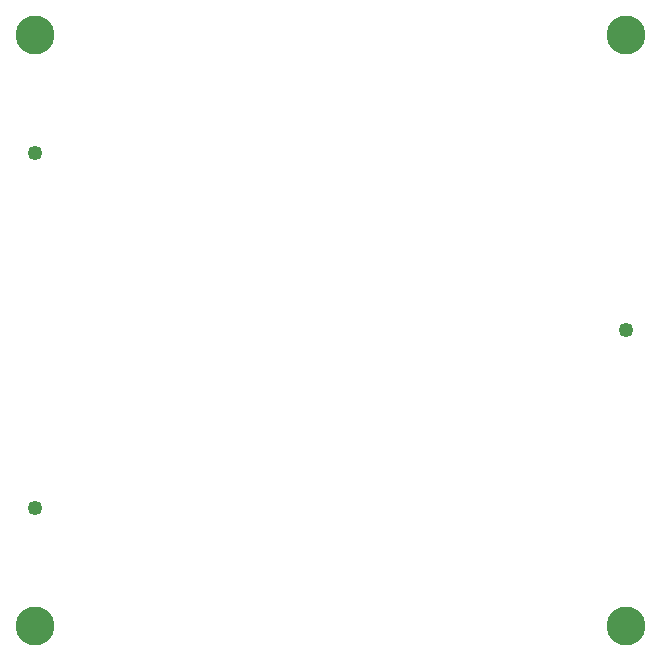
<source format=gbs>
%TF.GenerationSoftware,KiCad,Pcbnew,(5.1.6)-1*%
%TF.CreationDate,2023-06-16T12:25:10-07:00*%
%TF.ProjectId,ID-12 Board,49442d31-3220-4426-9f61-72642e6b6963,rev?*%
%TF.SameCoordinates,Original*%
%TF.FileFunction,Soldermask,Bot*%
%TF.FilePolarity,Negative*%
%FSLAX46Y46*%
G04 Gerber Fmt 4.6, Leading zero omitted, Abs format (unit mm)*
G04 Created by KiCad (PCBNEW (5.1.6)-1) date 2023-06-16 12:25:10*
%MOMM*%
%LPD*%
G01*
G04 APERTURE LIST*
%ADD10C,1.252000*%
%ADD11C,3.300000*%
G04 APERTURE END LIST*
D10*
X25000000Y-65000000D03*
X75000000Y-50000000D03*
X25000000Y-35000000D03*
D11*
X75000000Y-75000000D03*
X25000000Y-75000000D03*
X75000000Y-25000000D03*
X25000000Y-25000000D03*
M02*

</source>
